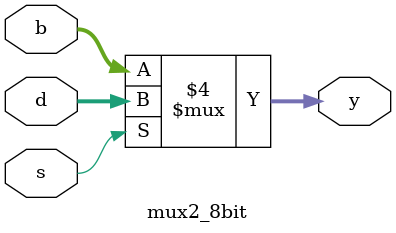
<source format=v>
module mux2_8bit(d,b,s,y);//mux2 for 8bit
	input [7:0] d;			//8bits data
	input [7:0] b;			//8bits
	input s;				//select bit
	output reg [7:0] y;//output 

	always @ (s,d,b)
		begin					//mux 
			if(s == 1)	y <= d;		//if s == 1 make output d
			else  	y <= b;			//output data	b
		end
endmodule 
</source>
